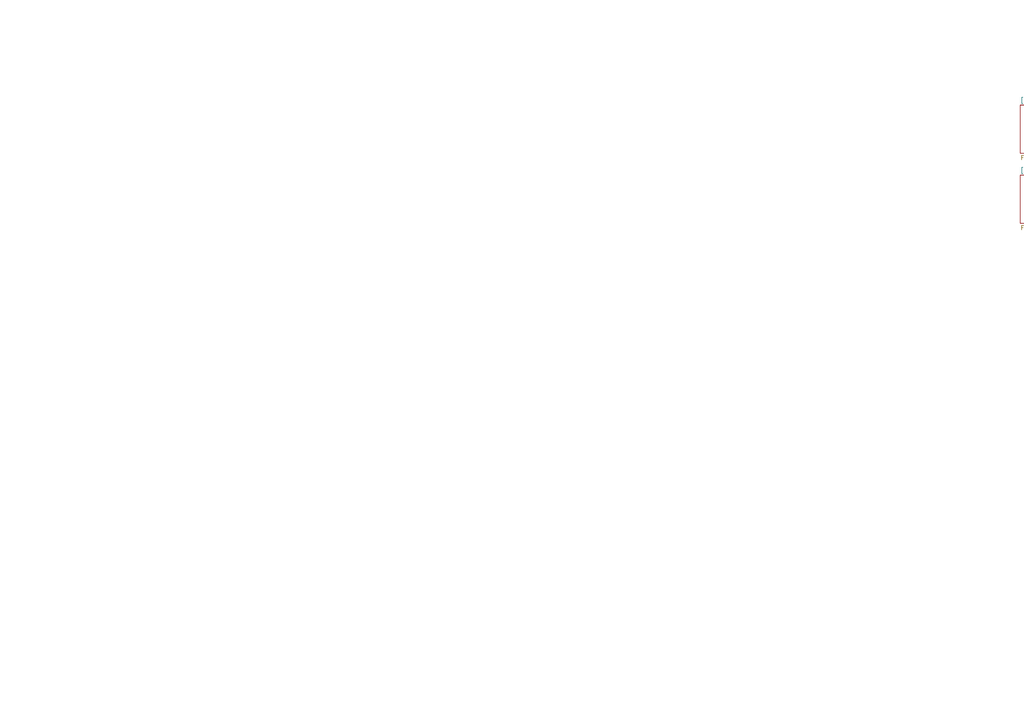
<source format=kicad_sch>
(kicad_sch
	(version 20231120)
	(generator "eeschema")
	(generator_version "8.0")
	(uuid "bdf5493b-d107-405a-a118-5a34dab51f77")
	(paper "A4")
	(lib_symbols)
	(sheet
		(at 295.91 30.48)
		(size 34.29 13.97)
		(fields_autoplaced yes)
		(stroke
			(width 0.1524)
			(type solid)
		)
		(fill
			(color 0 0 0 0.0000)
		)
		(uuid "49cb7aeb-0ac0-45b6-8eb1-5dc013975d0d")
		(property "Sheetname" "[1] Power Regulation & Level Shifting"
			(at 295.91 29.7684 0)
			(effects
				(font
					(size 1.27 1.27)
				)
				(justify left bottom)
			)
		)
		(property "Sheetfile" "[1] Power Regulation & Level Shifting.kicad_sch"
			(at 295.91 45.0346 0)
			(effects
				(font
					(size 1.27 1.27)
				)
				(justify left top)
			)
		)
		(instances
			(project "ADC_Board"
				(path "/bdf5493b-d107-405a-a118-5a34dab51f77"
					(page "2")
				)
			)
		)
	)
	(sheet
		(at 295.91 50.8)
		(size 34.29 13.97)
		(fields_autoplaced yes)
		(stroke
			(width 0.1524)
			(type solid)
		)
		(fill
			(color 0 0 0 0.0000)
		)
		(uuid "97b9a398-7a5d-4ca2-b3db-825e217c0c0e")
		(property "Sheetname" "[2] ADC & Multiplexer"
			(at 295.91 50.0884 0)
			(effects
				(font
					(size 1.27 1.27)
				)
				(justify left bottom)
			)
		)
		(property "Sheetfile" "[2] ADC & Multiplexer.kicad_sch"
			(at 295.91 65.3546 0)
			(effects
				(font
					(size 1.27 1.27)
				)
				(justify left top)
			)
		)
		(instances
			(project "ADC_Board"
				(path "/bdf5493b-d107-405a-a118-5a34dab51f77"
					(page "3")
				)
			)
		)
	)
	(sheet_instances
		(path "/"
			(page "1")
		)
	)
)

</source>
